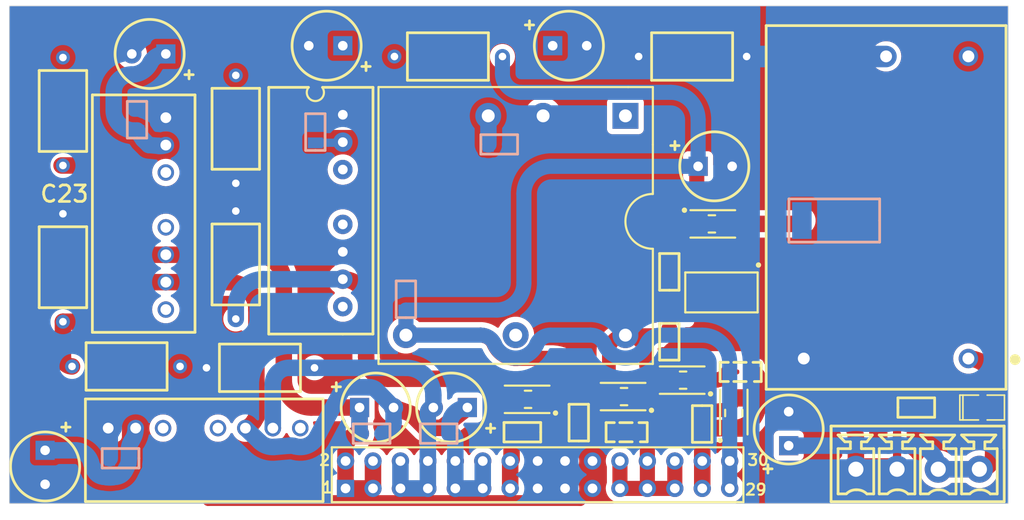
<source format=kicad_pcb>
(kicad_pcb (version 20221018) (generator pcbnew)
  (layers (0 "F.Cu" signal "Top Layer") (31 "B.Cu" signal "Bottom Layer") (34 "B.Paste" user "Bottom Paste") (35 "F.Paste" user "Top Paste") (36 "B.SilkS" user "Bottom Overlay") (37 "F.SilkS" user "Top Overlay") (38 "B.Mask" user "Bottom Solder") (39 "F.Mask" user "Top Solder") (44 "Edge.Cuts" user))
  (net 0 "")
  (net 1 "NetD1_2")
  (net 2 "NetC28_1")
  (net 3 "D+5V")
  (net 4 "D12VGND")
  (net 5 "D12V1")
  (net 6 "AVDD")
  (net 7 "AGND")
  (net 8 "A-5V")
  (net 9 "A+5V")
  (net 10 "A12V")
  (net 11 "12VGND")
  (net 12 "-12")
  (net 13 "+12")
  (footprint "Project_Oshinoko.PcbLib:CAP/6.4mm -" (layer "F.Cu") (at 164.9857 96.8121)
    (fp_text reference "C13" hide)
    (fp_text value "100uf 25V 贴片铝电解" hide)
  )
  (footprint "Project_Oshinoko.PcbLib:l0805" (layer "F.Cu") (at 193.3321 119.1641)
    (fp_text reference "D1" hide)
    (fp_text value "LED0" hide)
  )
  (footprint "电感.PcbLib:L 0805" (layer "F.Cu") (at 169.9641 115.8621)
    (fp_text reference "L2" hide)
    (fp_text value "1uH" hide)
  )
  (footprint "Project_Oshinoko.PcbLib:CAP-TH_L7.5-W4.5-P10.00-D0.6" (layer "F.Cu") (at 123.2281 105.9561 -90)
    (fp_text reference "C7" hide)
    (fp_text value "1nF" hide)
  )
  (footprint "Project_Oshinoko.PcbLib:CAP-TH_L7.5-W4.5-P10.00-D0.6" (layer "F.Cu") (at 123.2281 93.3831 -90)
    (fp_text reference "C2" hide)
    (fp_text value "1nF" hide)
  )
  (footprint "Project_Oshinoko.PcbLib:1206 (钽电容)" (layer "F.Cu") (at 166.0347 116.6241 180)
    (fp_text reference "C28" hide)
    (fp_text value "22uf 16V" hide)
  )
  (footprint "Project_Oshinoko.PcbLib:PWRM-TH_VRB2405S-6WR3" (layer "F.Cu") (at 120.3071 121.0691)
    (fp_text reference "U5" hide)
    (fp_text value "VRB1212S-6WR3" hide)
  )
  (footprint "Project_Oshinoko.PcbLib:1206 (钽电容)" (layer "F.Cu") (at 165.9001 102.1461)
    (fp_text reference "C11" hide)
    (fp_text value "22uf 16V" hide)
  )
  (footprint "Project_Oshinoko.PcbLib:0805" (layer "F.Cu") (at 154.9781 120.5611 90)
    (fp_text reference "C15" hide)
    (fp_text value "104" hide)
  )
  (footprint "Project_Oshinoko.PcbLib:SOT-223" (layer "F.Cu") (at 168.1861 108.4961 180)
    (fp_text reference "U6" hide)
    (fp_text value "ams1117-3.3" hide)
  )
  (footprint "Project_Oshinoko.PcbLib:CAP-TH_L7.5-W4.5-P10.00-D0.6" (layer "F.Cu") (at 142.9131 86.63611)
    (fp_text reference "C8" hide)
    (fp_text value "1nF" hide)
  )
  (footprint "Project_Oshinoko.PcbLib:0805" (layer "F.Cu") (at 149.7551 121.4501 180)
    (fp_text reference "C6" hide)
    (fp_text value "104" hide)
  )
  (footprint "Project_Oshinoko.PcbLib:0805" (layer "F.Cu") (at 163.3601 106.5911 90)
    (fp_text reference "C30" hide)
    (fp_text value "104" hide)
  )
  (footprint "Project_Oshinoko.PcbLib:URB-YMD-15WR3" (layer "F.Cu") (at 159.2961 92.13311 -90)
    (fp_text reference "U3" hide)
    (fp_text value "URB2405YMD-15W" hide)
  )
  (footprint "Project_Oshinoko.PcbLib:CAP-TH_L7.5-W4.5-P10.00-D0.6" (layer "F.Cu") (at 165.5191 86.63611)
    (fp_text reference "C16" hide)
    (fp_text value "1nF" hide)
  )
  (footprint "Project_Oshinoko.PcbLib:PWRM-TH_VRB2405S-6WR3" (layer "F.Cu") (at 116.7511 101.19515 -90)
    (fp_text reference "U4" hide)
    (fp_text value "VRB1212S-6WR3" hide)
  )
  (footprint "Project_Oshinoko.PcbLib:1206 (钽电容)" (layer "F.Cu") (at 151.6821 118.4021 180)
    (fp_text reference "C4" hide)
    (fp_text value "22uf 16V" hide)
  )
  (footprint "Project_Oshinoko.PcbLib:VRB_S-6WR3" (layer "F.Cu") (at 133.1341 92.03311)
    (fp_text reference "U1" hide)
    (fp_text value "VRB1205S-6WR3" hide)
  )
  (footprint "Project_Oshinoko.PcbLib:CAP-TH_L7.5-W4.5-P10.00-D0.6" (layer "F.Cu") (at 125.5141 115.4811)
    (fp_text reference "C24" hide)
    (fp_text value "1nF" hide)
  )
  (footprint "Project_Oshinoko.PcbLib:CAP/6.4mm -" (layer "F.Cu") (at 117.7925 86.3981 180)
    (fp_text reference "C17" hide)
    (fp_text value "100uf 25V 贴片铝电解" hide)
  )
  (footprint "电感.PcbLib:L 0805" (layer "F.Cu") (at 159.4108 121.4501)
    (fp_text reference "L1" hide)
    (fp_text value "1uH" hide)
  )
  (footprint "Project_Oshinoko.PcbLib:CAP-TH_L7.5-W4.5-P10.00-D0.6" (layer "F.Cu") (at 107.2261 106.2101 -90)
    (fp_text reference "C23")
    (fp_text value "1nF" hide)
  )
  (footprint "Project_Oshinoko.SchLib:0805" (layer "F.Cu") (at 186.2201 119.1641)
    (fp_text reference "R1" hide)
    (fp_text value "4.7k" hide)
  )
  (footprint "Project_Oshinoko.SchLib:CONN-TH_4P-P3.81_DB2EVC-3.81-4P" (layer "F.Cu") (at 186.3471 124.8791 180)
    (fp_text reference "CN1" hide)
    (fp_text value "DB2EVC-3.81-4P-GN" hide)
  )
  (footprint "Project_Oshinoko.PcbLib:CAP/6.4mm -" (layer "F.Cu") (at 134.1755 85.6361 180)
    (fp_text reference "C3" hide)
    (fp_text value "100uf 25V 贴片铝电解" hide)
  )
  (footprint "Project_Oshinoko.PcbLib:CAP/6.4mm -" (layer "F.Cu") (at 105.5751 122.0851 -90)
    (fp_text reference "C18" hide)
    (fp_text value "100uf 25V 贴片铝电解" hide)
  )
  (footprint "Project_Oshinoko.PcbLib:PWRM-TH_MORNSUN_FT-AX1D" (layer "F.Cu") (at 183.4261 100.6221 90)
    (fp_text reference "U2" hide)
    (fp_text value "FT-AX1D" hide)
  )
  (footprint "Project_Oshinoko.PcbLib:CAP/6.4mm -" (layer "F.Cu") (at 145.7071 119.1641 180)
    (fp_text reference "C33" hide)
    (fp_text value "100uf 25V 贴片铝电解" hide)
  )
  (footprint "Project_Oshinoko.PcbLib:CAP/6.4mm -" (layer "F.Cu") (at 151.5237 85.6361)
    (fp_text reference "C9" hide)
    (fp_text value "100uf 25V 贴片铝电解" hide)
  )
  (footprint "Project_Oshinoko.PcbLib:CAP/6.4mm -" (layer "F.Cu") (at 174.4091 123.7361 90)
    (fp_text reference "C1" hide)
    (fp_text value "100uf 25V 贴片铝电解" hide)
  )
  (footprint "Project_Oshinoko.PcbLib:CAP-TH_L7.5-W4.5-P10.00-D0.6" (layer "F.Cu") (at 107.2261 91.7321 -90)
    (fp_text reference "C20" hide)
    (fp_text value "1nF" hide)
  )
  (footprint "Project_Oshinoko.SchLib:0805" (layer "F.Cu") (at 166.3987 120.6881 -90)
    (fp_text reference "C32" hide)
    (fp_text value "104" hide)
  )
  (footprint "Project_Oshinoko.PcbLib:CAP/6.4mm -" (layer "F.Cu") (at 133.6421 119.1641)
    (fp_text reference "C27" hide)
    (fp_text value "100uf 25V 贴片铝电解" hide)
  )
  (footprint "Project_Oshinoko.PcbLib:1206 (钽电容)" (layer "F.Cu") (at 160.5661 118.1481 180)
    (fp_text reference "C12" hide)
    (fp_text value "22uf 16V" hide)
  )
  (footprint "Project_Oshinoko.PcbLib:0805" (layer "F.Cu") (at 163.3601 113.0681 -90)
    (fp_text reference "C31" hide)
    (fp_text value "104" hide)
  )
  (footprint "Project_Oshinoko.PcbLib:CAP-TH_L7.5-W4.5-P10.00-D0.6" (layer "F.Cu") (at 113.0681 115.3541 180)
    (fp_text reference "C22" hide)
    (fp_text value "1nF" hide)
  )
  (footprint "Project_Oshinoko.PcbLib:1206 (钽电容)" (layer "F.Cu") (at 169.3291 121.0691 90)
    (fp_text reference "C29" hide)
    (fp_text value "10uf 6.3V" hide)
  )
  (footprint "排针-排母.PcbLib:HDR2.54-LI-2x15P" (layer "F.Cu") (at 151.1681 125.3871)
    (fp_text reference "J1" hide)
    (fp_text value "HIF3FC-30PA-2.54DSA" hide)
  )
  (footprint "Project_Oshinoko.PcbLib:0805" (layer "B.Cu") (at 138.9761 109.1311 90)
    (fp_text reference "C14" hide)
    (fp_text value "105" hide)
  )
  (footprint "Project_Oshinoko.PcbLib:0805" (layer "B.Cu") (at 142.0081 121.5771 180)
    (fp_text reference "C26" hide)
    (fp_text value "105" hide)
  )
  (footprint "Project_Oshinoko.PcbLib:0805" (layer "B.Cu") (at 147.6121 94.7801)
    (fp_text reference "C10" hide)
    (fp_text value "105" hide)
  )
  (footprint "Project_Oshinoko.PcbLib:0805" (layer "B.Cu") (at 114.0841 92.4941 90)
    (fp_text reference "C19" hide)
    (fp_text value "105" hide)
  )
  (footprint "Project_Oshinoko.PcbLib:2512" (layer "B.Cu") (at 178.7271 101.5111 180)
    (fp_text reference "R2" hide)
    (fp_text value "DNP" hide)
  )
  (footprint "Project_Oshinoko.PcbLib:0805" (layer "B.Cu") (at 135.8011 121.5771)
    (fp_text reference "C25" hide)
    (fp_text value "105" hide)
  )
  (footprint "Project_Oshinoko.PcbLib:0805" (layer "B.Cu") (at 112.5601 123.8631 180)
    (fp_text reference "C21" hide)
    (fp_text value "105" hide)
  )
  (footprint "Project_Oshinoko.PcbLib:0805" (layer "B.Cu") (at 130.5941 93.6371 90)
    (fp_text reference "C5" hide)
    (fp_text value "105" hide)
  )
  (gr_line (start 194.7291 81.9531) (end 194.7291 128.0541) (stroke (width 0.05)) (layer "Edge.Cuts"))
  (gr_line (start 102.2731 81.9531) (end 194.7291 81.9531) (stroke (width 0.05)) (layer "Edge.Cuts"))
  (gr_line (start 102.2731 128.0541) (end 102.2731 81.9531) (stroke (width 0.05)) (layer "Edge.Cuts"))
  (gr_line (start 194.7291 128.0541) (end 102.2731 128.0541) (stroke (width 0.05)) (layer "Edge.Cuts"))
  (segment (start 187.2201 119.1641) (end 190.9191 119.1641) (width 0.762) (layer "F.Cu") (net 1))
  (segment (start 168.1861 112.4331) (end 168.1861 105.2211) (width 1.397) (layer "F.Cu") (net 2))
  (segment (start 168.1861 105.2211) (end 168.1861 105.2211) (width 1.397) (layer "F.Cu") (net 2))
  (segment (start 166.0347 116.6241) (end 166.0347 116.6081) (width 1.397) (layer "F.Cu") (net 2))
  (segment (start 164.9951 112.4331) (end 164.9951 112.4331) (width 1.397) (layer "F.Cu") (net 2))
  (segment (start 166.0347 116.6241) (end 167.57676 116.6241) (width 1.397) (layer "F.Cu") (net 2))
  (segment (start 163.3601 114.0681) (end 163.4947 114.0681) (width 1.397) (layer "F.Cu") (net 2))
  (segment (start 164.9951 112.4331) (end 168.1861 112.4331) (width 1.397) (layer "F.Cu") (net 2))
  (segment (start 164.9951 112.4331) (end 164.9951 112.4331) (width 1.397) (layer "F.Cu") (net 2))
  (segment (start 163.3601 114.0681) (end 163.3601 114.0681) (width 1.397) (layer "F.Cu") (net 2))
  (arc (start 163.360105 114.068097) (mid 163.565989 113.840439) (end 163.816621 113.663239) (width 1.397) (layer "F.Cu") (net 2))
  (arc (start 168.821101 115.8621) (mid 168.30632 116.418466) (end 167.57676 116.6241) (width 1.397) (layer "F.Cu") (net 2))
  (arc (start 164.987196 112.571871) (mid 164.989421 112.502388) (end 164.9951 112.433101) (width 1.397) (layer "F.Cu") (net 2))
  (arc (start 163.883693 113.625051) (mid 163.850286 113.644371) (end 163.816618 113.663233) (width 1.397) (layer "F.Cu") (net 2))
  (arc (start 163.883689 113.625063) (mid 164.070679 113.533804) (end 164.26915 113.471331) (width 1.397) (layer "F.Cu") (net 2))
  (arc (start 163.4947 114.0681) (mid 165.290751 114.812049) (end 166.0347 116.6081) (width 1.397) (layer "F.Cu") (net 2))
  (arc (start 164.987192 112.571872) (mid 164.78464 113.146507) (end 164.269152 113.471323) (width 1.397) (layer "F.Cu") (net 2))
  (segment (start 149.02202 114.60259) (end 149.02202 114.60259) (width 1.397) (layer "F.Cu") (net 3))
  (segment (start 154.9781 119.5611) (end 154.9781 117.14259) (width 1.397) (layer "F.Cu") (net 3))
  (segment (start 165.9001 102.1461) (end 165.9001 96.9391) (width 1.397) (layer "F.Cu") (net 3))
  (segment (start 157.1371 121.4501) (end 158.2678 121.4501) (width 1.397) (layer "F.Cu") (net 3))
  (segment (start 163.3871 105.2211) (end 165.88611 105.2211) (width 1.397) (layer "F.Cu") (net 3))
  (segment (start 138.9761 112.45311) (end 145.87573 112.45311) (width 1.397) (layer "F.Cu") (net 3))
  (segment (start 145.87573 112.45311) (end 145.87574 112.45311) (width 1.397) (layer "F.Cu") (net 3))
  (segment (start 154.9781 119.5611) (end 155.2481 119.5611) (width 1.397) (layer "F.Cu") (net 3))
  (segment (start 149.27995 114.60259) (end 152.4381 114.60259) (width 1.397) (layer "F.Cu") (net 3))
  (segment (start 163.1061 104.9401) (end 163.1061 104.6861) (width 1.397) (layer "F.Cu") (net 3))
  (segment (start 165.6461 102.1461) (end 165.9001 102.1461) (width 1.397) (layer "F.Cu") (net 3))
  (arc (start 157.1371 121.4501) (mid 156.77789 121.30131) (end 156.6291 120.9421) (width 1.397) (layer "F.Cu") (net 3))
  (arc (start 149.227045 114.603695) (mid 149.25349 114.602893) (end 149.279946 114.602592) (width 1.397) (layer "F.Cu") (net 3))
  (arc (start 149.227047 114.603688) (mid 149.124522 114.605579) (end 149.022023 114.602585) (width 1.397) (layer "F.Cu") (net 3))
  (arc (start 149.022018 114.602585) (mid 147.903245 114.217572) (end 147.156966 113.299447) (width 1.397) (layer "F.Cu") (net 3))
  (arc (start 163.3871 105.2211) (mid 163.188403 105.138797) (end 163.1061 104.9401) (width 1.397) (layer "F.Cu") (net 3))
  (arc (start 163.1061 104.6861) (mid 163.850049 102.890049) (end 165.6461 102.1461) (width 1.397) (layer "F.Cu") (net 3))
  (arc (start 165.9001 96.9391) (mid 165.937297 96.849297) (end 166.0271 96.8121) (width 1.397) (layer "F.Cu") (net 3))
  (arc (start 145.875734 112.453113) (mid 146.643055 112.684464) (end 147.156962 113.299448) (width 1.397) (layer "F.Cu") (net 3))
  (arc (start 155.2481 119.5611) (mid 156.224614 119.965586) (end 156.6291 120.9421) (width 1.397) (layer "F.Cu") (net 3))
  (arc (start 152.4381 114.60259) (mid 154.234151 115.346539) (end 154.9781 117.14259) (width 1.397) (layer "F.Cu") (net 3))
  (segment (start 152.4381 96.8121) (end 166.0271 96.8121) (width 1.397) (layer "B.Cu") (net 3))
  (segment (start 138.9761 110.1311) (end 147.3581 110.1311) (width 1.397) (layer "B.Cu") (net 3))
  (segment (start 138.9761 112.45311) (end 138.9761 110.1311) (width 1.397) (layer "B.Cu") (net 3))
  (segment (start 147.91309 88.22309) (end 147.91309 86.63611) (width 1.397) (layer "B.Cu") (net 3))
  (segment (start 156.06338 112.45311) (end 156.06339 112.45311) (width 1.397) (layer "B.Cu") (net 3))
  (segment (start 168.9481 126.6571) (end 168.9481 124.1171) (width 1.397) (layer "B.Cu") (net 3))
  (segment (start 149.8981 107.5911) (end 149.8981 99.3521) (width 1.397) (layer "B.Cu") (net 3))
  (segment (start 149.6441 89.9541) (end 163.4871 89.9541) (width 1.397) (layer "B.Cu") (net 3))
  (segment (start 145.90338 112.45311) (end 145.90339 112.45311) (width 1.397) (layer "B.Cu") (net 3))
  (segment (start 152.36881 112.45311) (end 156.06338 112.45311) (width 1.397) (layer "B.Cu") (net 3))
  (segment (start 138.9761 112.45311) (end 145.90338 112.45311) (width 1.397) (layer "B.Cu") (net 3))
  (segment (start 166.0271 96.8121) (end 166.0271 92.4941) (width 1.397) (layer "B.Cu") (net 3))
  (segment (start 168.9481 124.1171) (end 168.9481 114.99311) (width 1.397) (layer "B.Cu") (net 3))
  (segment (start 162.52881 112.45311) (end 166.4081 112.45311) (width 1.397) (layer "B.Cu") (net 3))
  (arc (start 163.4871 89.9541) (mid 165.283151 90.698049) (end 166.0271 92.4941) (width 1.397) (layer "B.Cu") (net 3))
  (arc (start 161.250062 113.293698) (mid 159.296499 114.58021) (end 157.342453 113.294431) (width 1.397) (layer "B.Cu") (net 3))
  (arc (start 161.250068 113.293699) (mid 161.764108 112.682741) (end 162.528815 112.453112) (width 1.397) (layer "B.Cu") (net 3))
  (arc (start 145.903384 112.453113) (mid 146.66842 112.682958) (end 147.182444 113.294421) (width 1.397) (layer "B.Cu") (net 3))
  (arc (start 149.8981 107.5911) (mid 149.154151 109.387151) (end 147.3581 110.1311) (width 1.397) (layer "B.Cu") (net 3))
  (arc (start 156.063384 112.453113) (mid 156.82842 112.682958) (end 157.342444 113.294421) (width 1.397) (layer "B.Cu") (net 3))
  (arc (start 151.090068 113.293699) (mid 151.604108 112.682741) (end 152.368815 112.453112) (width 1.397) (layer "B.Cu") (net 3))
  (arc (start 151.090062 113.293698) (mid 149.136499 114.58021) (end 147.182453 113.294431) (width 1.397) (layer "B.Cu") (net 3))
  (arc (start 166.4081 112.45311) (mid 168.204151 113.197059) (end 168.9481 114.99311) (width 1.397) (layer "B.Cu") (net 3))
  (arc (start 149.8981 99.3521) (mid 150.642049 97.556049) (end 152.4381 96.8121) (width 1.397) (layer "B.Cu") (net 3))
  (arc (start 149.6441 89.9541) (mid 148.420091 89.447099) (end 147.91309 88.22309) (width 1.397) (layer "B.Cu") (net 3))
  (segment (start 174.4091 119.5451) (end 178.0921 119.5451) (width 1.524) (layer "F.Cu") (net 4))
  (segment (start 180.6321 124.8791) (end 184.4421 124.8791) (width 2.032) (layer "F.Cu") (net 4))
  (segment (start 180.6321 124.8791) (end 180.6321 122.0851) (width 1.524) (layer "F.Cu") (net 4))
  (segment (start 184.4421 124.8791) (end 184.4421 119.9421) (width 0.762) (layer "F.Cu") (net 4))
  (segment (start 184.4421 119.9421) (end 185.2201 119.1641) (width 0.762) (layer "F.Cu") (net 4))
  (arc (start 178.0921 119.5451) (mid 179.888151 120.289049) (end 180.6321 122.0851) (width 1.524) (layer "F.Cu") (net 4))
  (segment (start 174.4091 119.5451) (end 174.4091 116.01902) (width 1.524) (layer "B.Cu") (net 4))
  (segment (start 175.80605 114.62207) (end 179.0905 114.62207) (width 1.524) (layer "B.Cu") (net 4))
  (segment (start 181.6305 112.08207) (end 181.6305 101.8347) (width 1.524) (layer "B.Cu") (net 4))
  (arc (start 174.4091 116.01902) (mid 174.818257 115.031227) (end 175.80605 114.62207) (width 1.524) (layer "B.Cu") (net 4))
  (arc (start 181.6305 112.08207) (mid 180.886551 113.878121) (end 179.0905 114.62207) (width 1.524) (layer "B.Cu") (net 4))
  (segment (start 188.2521 124.8791) (end 192.0621 124.8791) (width 1.524) (layer "F.Cu") (net 5))
  (segment (start 193.3321 119.1641) (end 193.3321 116.9081) (width 1.524) (layer "F.Cu") (net 5))
  (segment (start 193.3321 123.6091) (end 193.3321 119.1641) (width 1.524) (layer "F.Cu") (net 5))
  (arc (start 191.04608 114.62207) (mid 192.662547 115.291633) (end 193.33211 116.9081) (width 1.524) (layer "F.Cu") (net 5))
  (arc (start 193.3321 123.6091) (mid 192.960126 124.507126) (end 192.0621 124.8791) (width 1.524) (layer "F.Cu") (net 5))
  (segment (start 185.22153 122.6947) (end 186.0677 122.6947) (width 1.524) (layer "B.Cu") (net 5))
  (segment (start 181.41153 122.6947) (end 183.66267 122.6947) (width 1.524) (layer "B.Cu") (net 5))
  (segment (start 188.2521 124.8791) (end 192.0621 124.8791) (width 1.524) (layer "B.Cu") (net 5))
  (segment (start 185.22152 122.6947) (end 185.22153 122.6947) (width 1.524) (layer "B.Cu") (net 5))
  (segment (start 174.4091 122.6947) (end 179.85267 122.6947) (width 1.524) (layer "B.Cu") (net 5))
  (segment (start 181.41152 122.6947) (end 181.41153 122.6947) (width 1.524) (layer "B.Cu") (net 5))
  (arc (start 180.162502 122.662293) (mid 180.008417 122.686433) (end 179.852672 122.694697) (width 1.524) (layer "B.Cu") (net 5))
  (arc (start 186.0677 122.6947) (mid 187.612304 123.334496) (end 188.2521 124.8791) (width 1.524) (layer "B.Cu") (net 5))
  (arc (start 185.221526 122.694697) (mid 185.065895 122.686444) (end 184.911921 122.662339) (width 1.524) (layer "B.Cu") (net 5))
  (arc (start 183.972502 122.662293) (mid 183.818417 122.686433) (end 183.662672 122.694697) (width 1.524) (layer "B.Cu") (net 5))
  (arc (start 181.411526 122.694697) (mid 181.255895 122.686444) (end 181.101921 122.662339) (width 1.524) (layer "B.Cu") (net 5))
  (arc (start 183.972501 122.662293) (mid 184.442212 122.6131) (end 184.911919 122.66234) (width 1.524) (layer "B.Cu") (net 5))
  (arc (start 180.162501 122.662293) (mid 180.632212 122.6131) (end 181.101919 122.66234) (width 1.524) (layer "B.Cu") (net 5))
  (segment (start 167.91297 121.0691) (end 167.91297 121.0691) (width 1.524) (layer "F.Cu") (net 6))
  (segment (start 166.4081 124.1171) (end 166.4081 121.6975) (width 1.524) (layer "F.Cu") (net 6))
  (segment (start 166.3987 121.6881) (end 166.4081 121.6975) (width 1.524) (layer "F.Cu") (net 6))
  (segment (start 171.1071 115.8621) (end 171.4881 116.2431) (width 1.524) (layer "F.Cu") (net 6))
  (segment (start 166.4081 126.6571) (end 166.4081 124.1171) (width 1.524) (layer "F.Cu") (net 6))
  (segment (start 167.91297 121.0691) (end 169.3291 121.0691) (width 1.524) (layer "F.Cu") (net 6))
  (segment (start 171.4881 119.43907) (end 171.4881 116.2431) (width 1.524) (layer "F.Cu") (net 6))
  (arc (start 167.427291 121.149499) (mid 167.666861 121.089561) (end 167.912966 121.069103) (width 1.524) (layer "F.Cu") (net 6))
  (arc (start 166.398697 121.688098) (mid 166.795569 121.363101) (end 167.277791 121.188191) (width 1.524) (layer "F.Cu") (net 6))
  (arc (start 171.488101 119.439067) (mid 170.681717 120.61583) (end 169.3291 121.0691) (width 1.524) (layer "F.Cu") (net 6))
  (arc (start 167.427295 121.149496) (mid 167.35328 121.171688) (end 167.277793 121.188191) (width 1.524) (layer "F.Cu") (net 6))
  (segment (start 169.23744 118.63046) (end 169.23744 118.63046) (width 1.27) (layer "F.Cu") (net 7))
  (segment (start 161.2011 115.1001) (end 161.2011 114.35811) (width 1.27) (layer "F.Cu") (net 7))
  (segment (start 165.7747 119.6881) (end 166.3987 119.6881) (width 1.27) (layer "F.Cu") (net 7))
  (segment (start 153.7081 126.6571) (end 153.7081 124.1171) (width 1.27) (layer "F.Cu") (net 7))
  (segment (start 170.4861 105.2211) (end 170.4861 103.9321) (width 1.27) (layer "F.Cu") (net 7))
  (segment (start 153.7081 124.1171) (end 153.7081 122.8311) (width 1.27) (layer "F.Cu") (net 7))
  (segment (start 169.23744 118.63046) (end 169.23744 118.4341) (width 1.27) (layer "F.Cu") (net 7))
  (segment (start 157.7661 118.1481) (end 157.7661 113.98311) (width 1.27) (layer "F.Cu") (net 7))
  (segment (start 167.91297 119.4181) (end 168.02835 119.4181) (width 1.27) (layer "F.Cu") (net 7))
  (segment (start 163.3601 112.0681) (end 163.3601 107.5911) (width 1.27) (layer "F.Cu") (net 7))
  (segment (start 163.3601 112.0681) (end 163.3601 112.0681) (width 1.27) (layer "F.Cu") (net 7))
  (segment (start 166.3987 119.6881) (end 166.39873 119.6881) (width 1.27) (layer "F.Cu") (net 7))
  (segment (start 168.7001 102.1461) (end 168.7001 97.2887) (width 1.27) (layer "F.Cu") (net 7))
  (segment (start 159.2961 112.45311) (end 162.44922 112.45311) (width 1.27) (layer "F.Cu") (net 7))
  (segment (start 168.7001 102.1461) (end 175.3191 102.1461) (width 1.524) (layer "F.Cu") (net 7))
  (segment (start 163.2347 117.1481) (end 163.2347 116.6241) (width 1.27) (layer "F.Cu") (net 7))
  (segment (start 162.7251 116.6241) (end 163.2347 116.6241) (width 1.27) (layer "F.Cu") (net 7))
  (segment (start 151.1681 126.6571) (end 151.1681 124.1171) (width 1.524) (layer "F.Cu") (net 7))
  (segment (start 175.3191 102.1461) (end 175.6305 101.8347) (width 1.524) (layer "F.Cu") (net 7))
  (segment (start 151.1681 124.1171) (end 151.1681 121.8631) (width 1.524) (layer "F.Cu") (net 7))
  (segment (start 150.7551 121.4501) (end 150.7551 119.3291) (width 1.524) (layer "F.Cu") (net 7))
  (segment (start 169.23744 118.4341) (end 169.3291 118.2691) (width 1.27) (layer "F.Cu") (net 7))
  (arc (start 168.261566 119.396029) (mid 168.271297 119.394218) (end 168.281048 119.392515) (width 1.27) (layer "F.Cu") (net 7))
  (arc (start 166.988549 119.556503) (mid 167.445636 119.453097) (end 167.912966 119.418102) (width 1.27) (layer "F.Cu") (net 7))
  (arc (start 168.261569 119.396025) (mid 168.14547 119.41245) (end 168.02835 119.418097) (width 1.27) (layer "F.Cu") (net 7))
  (arc (start 169.237447 118.630461) (mid 168.857009 119.134175) (end 168.281053 119.392509) (width 1.27) (layer "F.Cu") (net 7))
  (arc (start 157.7661 113.98311) (mid 158.214227 112.901237) (end 159.2961 112.45311) (width 1.27) (layer "F.Cu") (net 7))
  (arc (start 168.7001 102.1461) (mid 169.962993 102.669207) (end 170.4861 103.9321) (width 1.27) (layer "F.Cu") (net 7))
  (arc (start 150.7551 119.3291) (mid 151.026612 118.673612) (end 151.6821 118.4021) (width 1.524) (layer "F.Cu") (net 7))
  (arc (start 166.654634 119.641424) (mid 166.527882 119.671329) (end 166.398734 119.688097) (width 1.27) (layer "F.Cu") (net 7))
  (arc (start 153.7081 122.8311) (mid 154.080074 121.933074) (end 154.9781 121.5611) (width 1.27) (layer "F.Cu") (net 7))
  (arc (start 150.7551 121.4501) (mid 151.047135 121.571065) (end 151.1681 121.8631) (width 1.524) (layer "F.Cu") (net 7))
  (arc (start 163.360101 112.068093) (mid 162.943675 112.352902) (end 162.44922 112.45311) (width 1.27) (layer "F.Cu") (net 7))
  (arc (start 166.654635 119.641426) (mid 166.771298 119.60958) (end 166.889089 119.5822) (width 1.27) (layer "F.Cu") (net 7))
  (arc (start 159.2961 112.45311) (mid 160.643138 113.011072) (end 161.2011 114.35811) (width 1.27) (layer "F.Cu") (net 7))
  (arc (start 168.7001 97.2887) (mid 168.839693 96.951693) (end 169.1767 96.8121) (width 1.27) (layer "F.Cu") (net 7))
  (arc (start 162.7251 116.6241) (mid 161.647469 116.177731) (end 161.2011 115.1001) (width 1.27) (layer "F.Cu") (net 7))
  (arc (start 166.988551 119.556499) (mid 166.93908 119.570355) (end 166.88909 119.582199) (width 1.27) (layer "F.Cu") (net 7))
  (arc (start 165.7747 119.6881) (mid 163.978649 118.944151) (end 163.2347 117.1481) (width 1.27) (layer "F.Cu") (net 7))
  (segment (start 138.9761 108.1311) (end 138.9761 107.27311) (width 1.524) (layer "B.Cu") (net 7))
  (segment (start 133.1341 104.73311) (end 136.4361 104.73311) (width 1.524) (layer "B.Cu") (net 7))
  (segment (start 116.02809 92.30515) (end 116.0281 92.30515) (width 1.143) (layer "B.Cu") (net 7))
  (segment (start 116.0281 92.30515) (end 116.7511 92.30515) (width 1.143) (layer "B.Cu") (net 7))
  (segment (start 151.6761 92.2401) (end 151.6761 92.13311) (width 1.524) (layer "B.Cu") (net 7))
  (segment (start 132.9961 92.17112) (end 133.1341 92.03311) (width 1.143) (layer "B.Cu") (net 7))
  (segment (start 131.06008 92.17112) (end 132.9961 92.17112) (width 1.143) (layer "B.Cu") (net 7))
  (segment (start 114.0841 91.49411) (end 114.0841 91.4941) (width 1.143) (layer "B.Cu") (net 7))
  (segment (start 183.41207 86.63611) (end 183.42605 86.62213) (width 0.25) (layer "B.Cu") (net 7))
  (segment (start 170.51909 86.63611) (end 183.41207 86.63611) (width 2) (layer "B.Cu") (net 7))
  (segment (start 148.6121 94.7801) (end 149.1361 94.7801) (width 1.524) (layer "B.Cu") (net 7))
  (segment (start 111.5601 123.8631) (end 111.5601 121.2121) (width 1.524) (layer "B.Cu") (net 7))
  (segment (start 130.5941 92.6371) (end 131.06008 92.17112) (width 1.143) (layer "B.Cu") (net 7))
  (arc (start 111.4171 121.0691) (mid 111.518216 121.110984) (end 111.5601 121.2121) (width 1.524) (layer "B.Cu") (net 7))
  (arc (start 114.623061 91.799758) (mid 114.337885 91.674612) (end 114.084102 91.494109) (width 1.143) (layer "B.Cu") (net 7))
  (arc (start 115.172542 92.055288) (mid 115.229328 92.080849) (end 115.284442 92.109842) (width 1.143) (layer "B.Cu") (net 7))
  (arc (start 151.6761 92.2401) (mid 150.932151 94.036151) (end 149.1361 94.7801) (width 1.524) (layer "B.Cu") (net 7))
  (arc (start 116.028096 92.305147) (mid 115.643752 92.25516) (end 115.284447 92.109838) (width 1.143) (layer "B.Cu") (net 7))
  (arc (start 114.623061 91.799755) (mid 114.810616 91.871306) (end 114.98891 91.963543) (width 1.143) (layer "B.Cu") (net 7))
  (arc (start 115.17254 92.055283) (mid 115.079177 92.012507) (end 114.988906 91.96354) (width 1.143) (layer "B.Cu") (net 7))
  (arc (start 136.4361 104.73311) (mid 138.232151 105.477059) (end 138.9761 107.27311) (width 1.524) (layer "B.Cu") (net 7))
  (segment (start 148.6281 126.63653) (end 148.6281 124.13767) (width 1.524) (layer "F.Cu") (net 8))
  (segment (start 137.3251 116.4971) (end 146.9771 116.4971) (width 1.524) (layer "F.Cu") (net 8))
  (segment (start 148.8441 118.4401) (end 148.8821 118.4021) (width 1.524) (layer "F.Cu") (net 8))
  (segment (start 135.2931 114.4651) (end 135.2931 109.43211) (width 1.524) (layer "F.Cu") (net 8))
  (segment (start 148.8441 119.06247) (end 148.8441 118.4401) (width 1.524) (layer "F.Cu") (net 8))
  (segment (start 148.7551 119.15147) (end 148.8441 119.06247) (width 1.524) (layer "F.Cu") (net 8))
  (segment (start 148.6281 124.09653) (end 148.7551 123.96953) (width 1.524) (layer "F.Cu") (net 8))
  (segment (start 148.6281 124.1171) (end 148.6281 124.09653) (width 1.524) (layer "F.Cu") (net 8))
  (segment (start 148.7551 123.96953) (end 148.7551 119.15147) (width 1.524) (layer "F.Cu") (net 8))
  (arc (start 133.1341 107.27311) (mid 134.660744 107.905466) (end 135.2931 109.43211) (width 1.524) (layer "F.Cu") (net 8))
  (arc (start 146.9771 116.4971) (mid 148.324138 117.055062) (end 148.8821 118.4021) (width 1.524) (layer "F.Cu") (net 8))
  (arc (start 137.3251 116.4971) (mid 135.888259 115.901941) (end 135.2931 114.4651) (width 1.524) (layer "F.Cu") (net 8))
  (segment (start 123.2281 110.95609) (end 123.2281 109.81311) (width 1.524) (layer "B.Cu") (net 8))
  (segment (start 125.7681 107.27311) (end 133.1341 107.27311) (width 1.524) (layer "B.Cu") (net 8))
  (arc (start 123.2281 109.81311) (mid 123.972049 108.017059) (end 125.7681 107.27311) (width 1.524) (layer "B.Cu") (net 8))
  (segment (start 161.3281 124.1171) (end 161.3281 122.2244) (width 1.397) (layer "F.Cu") (net 9))
  (segment (start 158.7881 126.6571) (end 158.7881 124.1171) (width 1.397) (layer "F.Cu") (net 9))
  (segment (start 160.5661 121.4502) (end 160.5661 118.1481) (width 1.397) (layer "F.Cu") (net 9))
  (segment (start 161.3281 126.6571) (end 163.8681 126.6571) (width 1.397) (layer "F.Cu") (net 9))
  (segment (start 163.8681 126.6571) (end 163.8681 124.1171) (width 1.397) (layer "F.Cu") (net 9))
  (segment (start 161.3281 126.6571) (end 161.3281 124.1171) (width 1.397) (layer "F.Cu") (net 9))
  (segment (start 158.7881 126.6571) (end 161.3281 126.6571) (width 1.397) (layer "F.Cu") (net 9))
  (arc (start 160.5538 121.4501) (mid 160.559949 121.450124) (end 160.566097 121.450198) (width 1.397) (layer "F.Cu") (net 9))
  (arc (start 160.566099 121.450198) (mid 161.105644 121.681253) (end 161.3281 122.2244) (width 1.397) (layer "F.Cu") (net 9))
  (segment (start 116.7511 94.84515) (end 120.6881 94.84515) (width 1.524) (layer "F.Cu") (net 10))
  (segment (start 155.1231 127.7821) (end 120.6701 127.7821) (width 1) (layer "F.Cu") (net 10))
  (segment (start 123.2281 92.30515) (end 123.2281 88.38311) (width 1.524) (layer "F.Cu") (net 10))
  (segment (start 113.9571 121.0691) (end 113.9571 117.8941) (width 1.524) (layer "F.Cu") (net 10))
  (segment (start 116.4971 115.3541) (end 118.06809 115.3541) (width 1.524) (layer "F.Cu") (net 10))
  (segment (start 113.9571 121.0691) (end 113.95711 121.0691) (width 1.524) (layer "F.Cu") (net 10))
  (segment (start 120.6701 127.7821) (end 113.9571 121.0691) (width 1) (layer "F.Cu") (net 10))
  (segment (start 156.2481 126.6571) (end 155.1231 127.7821) (width 1) (layer "F.Cu") (net 10))
  (arc (start 113.9571 117.8941) (mid 114.701049 116.098049) (end 116.4971 115.3541) (width 1.524) (layer "F.Cu") (net 10))
  (arc (start 123.2281 92.30515) (mid 122.484151 94.101201) (end 120.6881 94.84515) (width 1.524) (layer "F.Cu") (net 10))
  (segment (start 114.62964 94.29332) (end 114.73038 94.39406) (width 1.524) (layer "B.Cu") (net 10))
  (segment (start 130.60528 94.62592) (end 133.08129 94.62592) (width 0.762) (layer "B.Cu") (net 10))
  (segment (start 146.6121 94.7801) (end 146.6121 92.13311) (width 1.524) (layer "B.Cu") (net 10))
  (segment (start 116.57513 86.40126) (end 116.6241 86.40126) (width 1.524) (layer "B.Cu") (net 10))
  (segment (start 115.22477 94.84043) (end 116.11598 94.92192) (width 1.524) (layer "B.Cu") (net 10))
  (segment (start 105.5751 123.1265) (end 108.35614 123.1265) (width 1.524) (layer "B.Cu") (net 10))
  (segment (start 113.8141 93.4941) (end 114.0841 93.4941) (width 1.524) (layer "B.Cu") (net 10))
  (segment (start 114.0841 93.4941) (end 114.62964 94.29332) (width 1.524) (layer "B.Cu") (net 10))
  (segment (start 113.3381 123.8631) (end 113.3381 123.07893) (width 1.524) (layer "B.Cu") (net 10))
  (segment (start 146.5961 92.13311) (end 146.6121 92.13311) (width 1.524) (layer "B.Cu") (net 10))
  (segment (start 111.9251 91.6051) (end 111.9251 89.94996) (width 1.524) (layer "B.Cu") (net 10))
  (segment (start 114.73039 94.39407) (end 115.1656 94.82927) (width 1.524) (layer "B.Cu") (net 10))
  (segment (start 130.5941 94.6371) (end 130.60528 94.62592) (width 0.762) (layer "B.Cu") (net 10))
  (segment (start 116.6241 86.40126) (end 116.7511 86.3981) (width 1.524) (layer "B.Cu") (net 10))
  (segment (start 116.75109 94.84516) (end 116.7511 94.84515) (width 1.524) (layer "B.Cu") (net 10))
  (segment (start 133.08129 94.62592) (end 133.1341 94.57311) (width 0.762) (layer "B.Cu") (net 10))
  (segment (start 115.1656 94.82927) (end 115.22477 94.84043) (width 1.524) (layer "B.Cu") (net 10))
  (arc (start 110.028748 124.766562) (mid 109.913242 124.533279) (end 109.833036 124.285631) (width 1.524) (layer "B.Cu") (net 10))
  (arc (start 111.919059 125.60449) (mid 112.020863 125.587337) (end 112.123595 125.577117) (width 1.524) (layer "B.Cu") (net 10))
  (arc (start 113.8141 93.4941) (mid 112.478375 92.940825) (end 111.9251 91.6051) (width 1.524) (layer "B.Cu") (net 10))
  (arc (start 111.919032 125.604494) (mid 111.560207 125.6411) (end 111.201378 125.604537) (width 1.524) (layer "B.Cu") (net 10))
  (arc (start 112.998801 124.951812) (mid 112.650733 125.389786) (end 112.12359 125.577115) (width 1.524) (layer "B.Cu") (net 10))
  (arc (start 113.9571 121.0691) (mid 113.865905 121.674849) (end 113.600405 122.226898) (width 1.524) (layer "B.Cu") (net 10))
  (arc (start 113.338103 123.078928) (mid 113.405561 122.633303) (end 113.600408 122.226895) (width 1.524) (layer "B.Cu") (net 10))
  (arc (start 113.3381 123.8631) (mid 113.275182 124.331905) (end 113.090881 124.76753) (width 1.524) (layer "B.Cu") (net 10))
  (arc (start 110.028747 124.766567) (mid 110.078449 124.858071) (end 110.121786 124.952756) (width 1.524) (layer "B.Cu") (net 10))
  (arc (start 110.996545 125.577113) (mid 111.099427 125.58735) (end 111.201378 125.604539) (width 1.524) (layer "B.Cu") (net 10))
  (arc (start 112.998805 124.951817) (mid 113.041727 124.858118) (end 113.090884 124.767534) (width 1.524) (layer "B.Cu") (net 10))
  (arc (start 115.309173 87.242422) (mid 114.594156 88.024034) (end 113.572191 88.302875) (width 1.524) (layer "B.Cu") (net 10))
  (arc (start 110.996547 125.57711) (mid 110.469855 125.390062) (end 110.121789 124.95275) (width 1.524) (layer "B.Cu") (net 10))
  (arc (start 116.75109 94.84515) (mid 116.43761 94.917229) (end 116.115985 94.921909) (width 1.524) (layer "B.Cu") (net 10))
  (arc (start 115.309176 87.242423) (mid 115.829807 86.652757) (end 116.575133 86.40126) (width 1.524) (layer "B.Cu") (net 10))
  (arc (start 108.356142 123.126503) (mid 109.294273 123.451643) (end 109.833038 124.285632) (width 1.524) (layer "B.Cu") (net 10))
  (arc (start 111.9251 89.94996) (mid 112.407521 88.785291) (end 113.57219 88.30287) (width 1.524) (layer "B.Cu") (net 10))
  (segment (start 139.42871 119.73487) (end 140.73754 121.0437) (width 1.524) (layer "F.Cu") (net 11))
  (segment (start 125.1331 120.0531) (end 125.1331 110.08515) (width 1.524) (layer "F.Cu") (net 11))
  (segment (start 112.62205 107.54515) (end 116.7511 107.54515) (width 1.524) (layer "F.Cu") (net 11))
  (segment (start 124.91714 120.41431) (end 125.1331 120.0531) (width 1.524) (layer "F.Cu") (net 11))
  (segment (start 116.7511 107.54515) (end 122.5931 107.54515) (width 1.524) (layer "F.Cu") (net 11))
  (segment (start 137.8331 119.1641) (end 139.42871 119.73487) (width 1.524) (layer "F.Cu") (net 11))
  (segment (start 144.5387 119.2911) (end 144.6657 119.1641) (width 1.524) (layer "F.Cu") (net 11))
  (segment (start 107.2261 114.51209) (end 107.2261 111.21009) (width 1.524) (layer "F.Cu") (net 11))
  (segment (start 140.73754 121.0437) (end 142.29466 121.0437) (width 1.524) (layer "F.Cu") (net 11))
  (segment (start 107.2261 111.21009) (end 108.95711 111.21009) (width 1.524) (layer "F.Cu") (net 11))
  (segment (start 142.29569 121.04289) (end 144.53766 119.29191) (width 1.524) (layer "F.Cu") (net 11))
  (arc (start 144.537662 119.29191) (mid 144.538183 119.291504) (end 144.538704 119.291098) (width 1.524) (layer "F.Cu") (net 11))
  (arc (start 122.5931 107.54515) (mid 124.389151 108.289099) (end 125.1331 110.08515) (width 1.524) (layer "F.Cu") (net 11))
  (arc (start 142.294659 121.043698) (mid 142.295175 121.043294) (end 142.295692 121.04289) (width 1.524) (layer "F.Cu") (net 11))
  (arc (start 124.917139 120.414307) (mid 124.574338 120.811615) (end 124.117098 121.069098) (width 1.524) (layer "F.Cu") (net 11))
  (arc (start 111.1631 109.0041) (mid 110.51698 110.56397) (end 108.95711 111.21009) (width 1.524) (layer "F.Cu") (net 11))
  (arc (start 108.06811 115.3541) (mid 107.472719 115.107481) (end 107.2261 114.51209) (width 1.524) (layer "F.Cu") (net 11))
  (arc (start 111.1631 109.0041) (mid 111.590417 107.972467) (end 112.62205 107.54515) (width 1.524) (layer "F.Cu") (net 11))
  (segment (start 128.67117 122.74092) (end 128.67541 122.74225) (width 1.524) (layer "B.Cu") (net 11))
  (segment (start 137.8331 120.5451) (end 137.8331 119.1641) (width 1.524) (layer "B.Cu") (net 11))
  (segment (start 126.80928 122.81508) (end 128.22589 122.6916) (width 1.524) (layer "B.Cu") (net 11))
  (segment (start 143.5481 126.6571) (end 143.5481 124.1171) (width 1.524) (layer "B.Cu") (net 11))
  (segment (start 137.83308 119.16409) (end 137.8331 119.1641) (width 1.524) (layer "B.Cu") (net 11))
  (segment (start 143.5481 126.6571) (end 146.0881 126.6571) (width 1.524) (layer "B.Cu") (net 11))
  (segment (start 143.5481 124.1171) (end 143.5481 122.1171) (width 1.524) (layer "B.Cu") (net 11))
  (segment (start 133.7945 117.28451) (end 135.5725 117.28451) (width 1.524) (layer "B.Cu") (net 11))
  (segment (start 136.27945 117.58121) (end 137.83129 119.16227) (width 1.524) (layer "B.Cu") (net 11))
  (segment (start 124.1171 121.0691) (end 125.44781 122.33765) (width 1.524) (layer "B.Cu") (net 11))
  (segment (start 144.5387 119.16897) (end 144.6657 119.1641) (width 1.524) (layer "B.Cu") (net 11))
  (segment (start 146.0881 126.6571) (end 146.0881 124.1171) (width 1.524) (layer "B.Cu") (net 11))
  (segment (start 130.74376 121.89335) (end 132.9203 117.80922) (width 1.524) (layer "B.Cu") (net 11))
  (segment (start 143.0081 121.5771) (end 143.0081 120.8217) (width 1.524) (layer "B.Cu") (net 11))
  (arc (start 137.8331 120.5451) (mid 137.530834 121.274834) (end 136.8011 121.5771) (width 1.524) (layer "B.Cu") (net 11))
  (arc (start 137.833088 119.164086) (mid 137.832192 119.163177) (end 137.831298 119.162267) (width 1.524) (layer "B.Cu") (net 11))
  (arc (start 143.21054 120.034673) (mid 143.201903 120.051281) (end 143.193104 120.067804) (width 1.524) (layer "B.Cu") (net 11))
  (arc (start 143.210539 120.034675) (mid 143.296954 119.888255) (end 143.399141 119.752372) (width 1.524) (layer "B.Cu") (net 11))
  (arc (start 126.809284 122.81508) (mid 126.077139 122.722959) (end 125.447807 122.337649) (width 1.524) (layer "B.Cu") (net 11))
  (arc (start 143.067441 120.382173) (mid 143.121519 120.221486) (end 143.193112 120.0678) (width 1.524) (layer "B.Cu") (net 11))
  (arc (start 132.9203 117.809221) (mid 133.284709 117.425758) (end 133.7945 117.28451) (width 1.524) (layer "B.Cu") (net 11))
  (arc (start 130.743765 121.893356) (mid 129.86253 122.690449) (end 128.675412 122.742244) (width 1.524) (layer "B.Cu") (net 11))
  (arc (start 143.399141 119.75237) (mid 143.910326 119.346218) (end 144.538699 119.168972) (width 1.524) (layer "B.Cu") (net 11))
  (arc (start 128.225897 122.691608) (mid 128.450973 122.694237) (end 128.671169 122.740924) (width 1.524) (layer "B.Cu") (net 11))
  (arc (start 143.0081 120.8217) (mid 143.023 120.599946) (end 143.067433 120.382178) (width 1.524) (layer "B.Cu") (net 11))
  (arc (start 135.5725 117.28451) (mid 135.955846 117.361692) (end 136.279455 117.58121) (width 1.524) (layer "B.Cu") (net 11))
  (arc (start 143.0081 121.5771) (mid 143.389938 121.735262) (end 143.5481 122.1171) (width 1.524) (layer "B.Cu") (net 11))
  (segment (start 126.6571 121.0691) (end 126.65711 121.0691) (width 1.524) (layer "F.Cu") (net 12))
  (segment (start 138.4681 126.6571) (end 138.4681 124.1171) (width 1.524) (layer "B.Cu") (net 12))
  (segment (start 128.1811 115.4811) (end 130.51409 115.4811) (width 1.524) (layer "B.Cu") (net 12))
  (segment (start 126.6571 121.0691) (end 126.6571 117.0051) (width 1.524) (layer "B.Cu") (net 12))
  (segment (start 141.0081 124.1171) (end 141.0081 121.5771) (width 1.524) (layer "B.Cu") (net 12))
  (segment (start 141.0081 126.6571) (end 141.0081 124.1171) (width 1.524) (layer "B.Cu") (net 12))
  (segment (start 130.51409 115.4811) (end 138.9761 115.4811) (width 1.524) (layer "B.Cu") (net 12))
  (segment (start 141.0081 121.5771) (end 141.0081 119.6721) (width 1.524) (layer "B.Cu") (net 12))
  (segment (start 141.5161 119.1641) (end 141.5161 118.0211) (width 1.524) (layer "B.Cu") (net 12))
  (segment (start 138.4681 126.6571) (end 141.0081 126.6571) (width 1.524) (layer "B.Cu") (net 12))
  (arc (start 138.9761 115.4811) (mid 140.772151 116.225049) (end 141.5161 118.0211) (width 1.524) (layer "B.Cu") (net 12))
  (arc (start 126.6571 117.0051) (mid 127.103469 115.927469) (end 128.1811 115.4811) (width 1.524) (layer "B.Cu") (net 12))
  (arc (start 141.0081 119.6721) (mid 141.15689 119.31289) (end 141.5161 119.1641) (width 1.524) (layer "B.Cu") (net 12))
  (segment (start 135.9281 126.6571) (end 135.9281 124.1171) (width 1.524) (layer "F.Cu") (net 13))
  (segment (start 133.3881 126.6571) (end 135.9281 126.6571) (width 1.524) (layer "F.Cu") (net 13))
  (segment (start 116.7511 105.00515) (end 125.1331 105.00515) (width 1.524) (layer "F.Cu") (net 13))
  (segment (start 107.0991 96.73209) (end 109.8931 96.73209) (width 1.524) (layer "F.Cu") (net 13))
  (segment (start 130.2131 119.1641) (end 134.6835 119.1641) (width 1.524) (layer "F.Cu") (net 13))
  (segment (start 112.4331 102.46515) (end 112.4331 99.27209) (width 1.524) (layer "F.Cu") (net 13))
  (segment (start 114.9731 105.00515) (end 116.7511 105.00515) (width 1.524) (layer "F.Cu") (net 13))
  (segment (start 133.3881 126.6571) (end 133.3881 124.1171) (width 1.524) (layer "F.Cu") (net 13))
  (segment (start 127.6731 116.6241) (end 127.6731 107.54515) (width 1.524) (layer "F.Cu") (net 13))
  (segment (start 134.6835 121.4595) (end 134.6835 119.1641) (width 1.524) (layer "F.Cu") (net 13))
  (segment (start 133.3881 124.1171) (end 133.3881 122.9901) (width 1.524) (layer "F.Cu") (net 13))
  (arc (start 109.8931 96.73209) (mid 111.689151 97.476039) (end 112.4331 99.27209) (width 1.524) (layer "F.Cu") (net 13))
  (arc (start 133.3881 122.9901) (mid 133.801958 121.990958) (end 134.8011 121.5771) (width 1.524) (layer "F.Cu") (net 13))
  (arc (start 130.2131 119.1641) (mid 128.417049 118.420151) (end 127.6731 116.6241) (width 1.524) (layer "F.Cu") (net 13))
  (arc (start 114.9731 105.00515) (mid 113.177049 104.261201) (end 112.4331 102.46515) (width 1.524) (layer "F.Cu") (net 13))
  (arc (start 125.1331 105.00515) (mid 126.929151 105.749099) (end 127.6731 107.54515) (width 1.524) (layer "F.Cu") (net 13))
  (arc (start 134.8011 121.5771) (mid 134.717944 121.542656) (end 134.6835 121.4595) (width 1.524) (layer "F.Cu") (net 13))
  (segment (start 134.6835 121.4595) (end 134.6835 119.1641) (width 1.524) (layer "B.Cu") (net 13))
  (arc (start 134.8011 121.5771) (mid 134.717944 121.542656) (end 134.6835 121.4595) (width 1.524) (layer "B.Cu") (net 13))
  (zone (net 10) (net_name "A12V") (layer "F.Cu") (priority 1) (connect_pads yes (clearance 0.508)) (min_thickness 0.25) (fill yes (thermal_gap 0.254) (thermal_bridge_width 0.254))
    (polygon (pts (xy 101.7 81.5) (xy 195.3 81.4) (xy 196.2 129.6) (xy 101.4 129.3)))
  )
  (zone (net 2) (net_name "NetC28_1") (layer "F.Cu") (connect_pads yes (clearance 0.508)) (min_thickness 0.25) (fill yes (thermal_gap 0.254) (thermal_bridge_width 0.254))
    (polygon (pts (xy 161.9631 104.0511) (xy 172.3771 104.0511) (xy 172.3771 117.3861) (xy 162.0901 117.3861)))
  )
  (zone (net 4) (net_name "D12VGND") (layer "B.Cu") (priority 3) (connect_pads yes (clearance 0.508)) (min_thickness 0.25) (fill yes (thermal_gap 0.254) (thermal_bridge_width 0.254))
    (polygon (pts (xy 172.3 81.6) (xy 194.9 81.6) (xy 194.9 128.8) (xy 172.2 128.5)))
  )
  (zone (net 7) (net_name "AGND") (layer "B.Cu") (priority 2) (connect_pads yes (clearance 0.508)) (min_thickness 0.25) (fill yes (thermal_gap 0.254) (thermal_bridge_width 0.254))
    (polygon (pts (xy 102 81.7) (xy 172.2 81.6) (xy 172.1 128.5) (xy 102.1 128.3)))
  )
)
</source>
